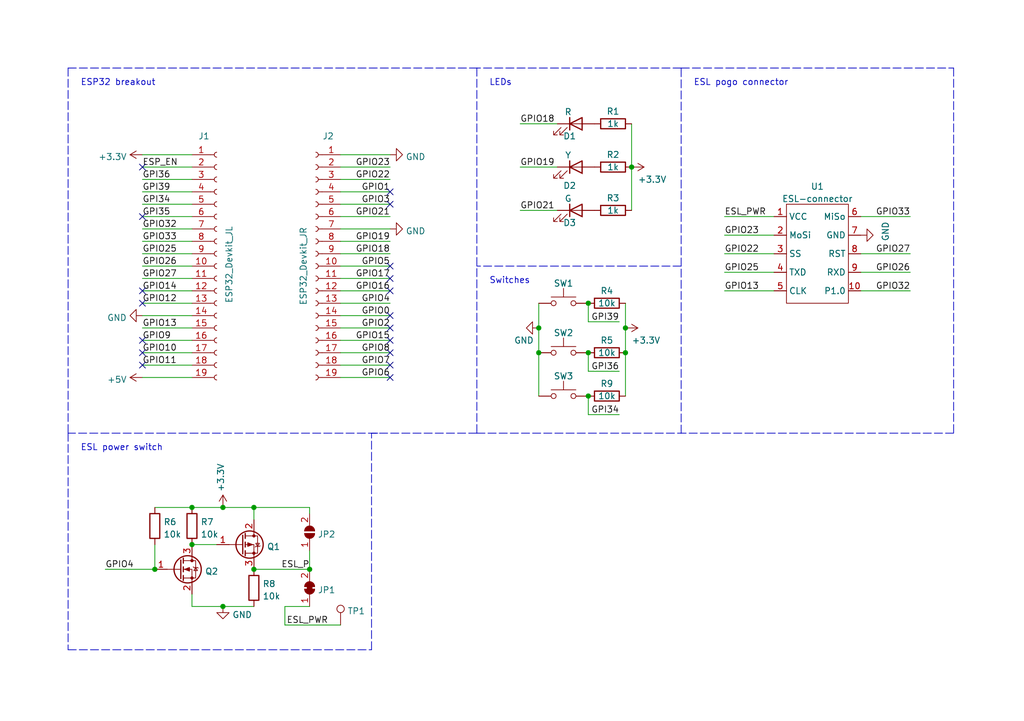
<source format=kicad_sch>
(kicad_sch (version 20211123) (generator eeschema)
  (paper "A5")
  (title_block (title "2.9 flasher jig") (date "2023-03-04") (rev "1") (company "Jonas Niesner"))
  (lib_symbols
    (symbol "Connector:Conn_01x19_Female" (pin_names (offset 1.016) hide)
      (property "Reference" "J" (at 0 25.4 0))
      (property "Value" "Conn_01x19_Female" (at 0 -25.4 0))
      (symbol "Conn_01x19_Female_1_1"
        (arc (start 0 -22.352) (mid -0.508 -22.86) (end 0 -23.368) (stroke (width 0.1524)))
        (arc (start 0 -19.812) (mid -0.508 -20.32) (end 0 -20.828) (stroke (width 0.1524)))
        (arc (start 0 -17.272) (mid -0.508 -17.78) (end 0 -18.288) (stroke (width 0.1524)))
        (arc (start 0 -14.732) (mid -0.508 -15.24) (end 0 -15.748) (stroke (width 0.1524)))
        (arc (start 0 -12.192) (mid -0.508 -12.7) (end 0 -13.208) (stroke (width 0.1524)))
        (arc (start 0 -9.652) (mid -0.508 -10.16) (end 0 -10.668) (stroke (width 0.1524)))
        (arc (start 0 -7.112) (mid -0.508 -7.62) (end 0 -8.128) (stroke (width 0.1524)))
        (arc (start 0 -4.572) (mid -0.508 -5.08) (end 0 -5.588) (stroke (width 0.1524)))
        (arc (start 0 -2.032) (mid -0.508 -2.54) (end 0 -3.048) (stroke (width 0.1524)))
        (polyline (pts (xy -1.27 -22.86) (xy -0.508 -22.86)) (stroke (width 0.1524)))
        (polyline (pts (xy -1.27 -20.32) (xy -0.508 -20.32)) (stroke (width 0.1524)))
        (polyline (pts (xy -1.27 -17.78) (xy -0.508 -17.78)) (stroke (width 0.1524)))
        (polyline (pts (xy -1.27 -15.24) (xy -0.508 -15.24)) (stroke (width 0.1524)))
        (polyline (pts (xy -1.27 -12.7) (xy -0.508 -12.7)) (stroke (width 0.1524)))
        (polyline (pts (xy -1.27 -10.16) (xy -0.508 -10.16)) (stroke (width 0.1524)))
        (polyline (pts (xy -1.27 -7.62) (xy -0.508 -7.62)) (stroke (width 0.1524)))
        (polyline (pts (xy -1.27 -5.08) (xy -0.508 -5.08)) (stroke (width 0.1524)))
        (polyline (pts (xy -1.27 -2.54) (xy -0.508 -2.54)) (stroke (width 0.1524)))
        (polyline (pts (xy -1.27 0) (xy -0.508 0)) (stroke (width 0.1524)))
        (polyline (pts (xy -1.27 2.54) (xy -0.508 2.54)) (stroke (width 0.1524)))
        (polyline (pts (xy -1.27 5.08) (xy -0.508 5.08)) (stroke (width 0.1524)))
        (polyline (pts (xy -1.27 7.62) (xy -0.508 7.62)) (stroke (width 0.1524)))
        (polyline (pts (xy -1.27 10.16) (xy -0.508 10.16)) (stroke (width 0.1524)))
        (polyline (pts (xy -1.27 12.7) (xy -0.508 12.7)) (stroke (width 0.1524)))
        (polyline (pts (xy -1.27 15.24) (xy -0.508 15.24)) (stroke (width 0.1524)))
        (polyline (pts (xy -1.27 17.78) (xy -0.508 17.78)) (stroke (width 0.1524)))
        (polyline (pts (xy -1.27 20.32) (xy -0.508 20.32)) (stroke (width 0.1524)))
        (polyline (pts (xy -1.27 22.86) (xy -0.508 22.86)) (stroke (width 0.1524)))
        (arc (start 0 0.508) (mid -0.508 0) (end 0 -0.508) (stroke (width 0.1524)))
        (arc (start 0 3.048) (mid -0.508 2.54) (end 0 2.032) (stroke (width 0.1524)))
        (arc (start 0 5.588) (mid -0.508 5.08) (end 0 4.572) (stroke (width 0.1524)))
        (arc (start 0 8.128) (mid -0.508 7.62) (end 0 7.112) (stroke (width 0.1524)))
        (arc (start 0 10.668) (mid -0.508 10.16) (end 0 9.652) (stroke (width 0.1524)))
        (arc (start 0 13.208) (mid -0.508 12.7) (end 0 12.192) (stroke (width 0.1524)))
        (arc (start 0 15.748) (mid -0.508 15.24) (end 0 14.732) (stroke (width 0.1524)))
        (arc (start 0 18.288) (mid -0.508 17.78) (end 0 17.272) (stroke (width 0.1524)))
        (arc (start 0 20.828) (mid -0.508 20.32) (end 0 19.812) (stroke (width 0.1524)))
        (arc (start 0 23.368) (mid -0.508 22.86) (end 0 22.352) (stroke (width 0.1524)))
        (pin passive line (at -5.08 22.86 0) (length 3.81) (name "Pin_1") (number "1"))
        (pin passive line (at -5.08 0 0) (length 3.81) (name "Pin_10") (number "10"))
        (pin passive line (at -5.08 -2.54 0) (length 3.81) (name "Pin_11") (number "11"))
        (pin passive line (at -5.08 -5.08 0) (length 3.81) (name "Pin_12") (number "12"))
        (pin passive line (at -5.08 -7.62 0) (length 3.81) (name "Pin_13") (number "13"))
        (pin passive line (at -5.08 -10.16 0) (length 3.81) (name "Pin_14") (number "14"))
        (pin passive line (at -5.08 -12.7 0) (length 3.81) (name "Pin_15") (number "15"))
        (pin passive line (at -5.08 -15.24 0) (length 3.81) (name "Pin_16") (number "16"))
        (pin passive line (at -5.08 -17.78 0) (length 3.81) (name "Pin_17") (number "17"))
        (pin passive line (at -5.08 -20.32 0) (length 3.81) (name "Pin_18") (number "18"))
        (pin passive line (at -5.08 -22.86 0) (length 3.81) (name "Pin_19") (number "19"))
        (pin passive line (at -5.08 20.32 0) (length 3.81) (name "Pin_2") (number "2"))
        (pin passive line (at -5.08 17.78 0) (length 3.81) (name "Pin_3") (number "3"))
        (pin passive line (at -5.08 15.24 0) (length 3.81) (name "Pin_4") (number "4"))
        (pin passive line (at -5.08 12.7 0) (length 3.81) (name "Pin_5") (number "5"))
        (pin passive line (at -5.08 10.16 0) (length 3.81) (name "Pin_6") (number "6"))
        (pin passive line (at -5.08 7.62 0) (length 3.81) (name "Pin_7") (number "7"))
        (pin passive line (at -5.08 5.08 0) (length 3.81) (name "Pin_8") (number "8"))
        (pin passive line (at -5.08 2.54 0) (length 3.81) (name "Pin_9") (number "9"))
      )
    )
    (symbol "Connector:TestPoint" (pin_numbers hide) (pin_names (offset 0.762) hide)
      (property "Reference" "TP" (at 0 6.858 0))
      (property "Value" "TestPoint" (at 0 5.08 0))
      (symbol "TestPoint_0_1"
        (circle (center 0 3.302) (radius 0.762))
      )
      (symbol "TestPoint_1_1"
        (pin passive line (at 0 0 90) (length 2.54) (name "1") (number "1"))
      )
    )
    (symbol "Device:LED" (pin_numbers hide) (pin_names (offset 1.016) hide)
      (property "Reference" "D" (at 0 2.54 0))
      (property "Value" "LED" (at 0 -2.54 0))
      (symbol "LED_0_1"
        (polyline (pts (xy -1.27 -1.27) (xy -1.27 1.27)) (stroke (width 0.254)))
        (polyline (pts (xy -1.27 0) (xy 1.27 0)))
        (polyline (pts (xy 1.27 -1.27) (xy 1.27 1.27) (xy -1.27 0) (xy 1.27 -1.27)) (stroke (width 0.254)))
        (polyline (pts (xy -3.048 -0.762) (xy -4.572 -2.286) (xy -3.81 -2.286) (xy -4.572 -2.286) (xy -4.572 -1.524)))
        (polyline (pts (xy -1.778 -0.762) (xy -3.302 -2.286) (xy -2.54 -2.286) (xy -3.302 -2.286) (xy -3.302 -1.524)))
      )
      (symbol "LED_1_1"
        (pin passive line (at -3.81 0 0) (length 2.54) (name "K") (number "1"))
        (pin passive line (at 3.81 0 180) (length 2.54) (name "A") (number "2"))
      )
    )
    (symbol "Device:Q_NMOS_GSD" (pin_names (offset 0) hide)
      (property "Reference" "Q" (at 5.08 1.27 0))
      (property "Value" "Q_NMOS_GSD" (at 5.08 -1.27 0))
      (symbol "Q_NMOS_GSD_0_1"
        (polyline (pts (xy 0.254 0) (xy -2.54 0)))
        (polyline (pts (xy 0.254 1.905) (xy 0.254 -1.905)) (stroke (width 0.254)))
        (polyline (pts (xy 0.762 -1.27) (xy 0.762 -2.286)) (stroke (width 0.254)))
        (polyline (pts (xy 0.762 0.508) (xy 0.762 -0.508)) (stroke (width 0.254)))
        (polyline (pts (xy 0.762 2.286) (xy 0.762 1.27)) (stroke (width 0.254)))
        (polyline (pts (xy 2.54 2.54) (xy 2.54 1.778)))
        (polyline (pts (xy 2.54 -2.54) (xy 2.54 0) (xy 0.762 0)))
        (polyline (pts (xy 0.762 -1.778) (xy 3.302 -1.778) (xy 3.302 1.778) (xy 0.762 1.778)))
        (polyline (pts (xy 1.016 0) (xy 2.032 0.381) (xy 2.032 -0.381) (xy 1.016 0)) (fill (type outline)))
        (polyline (pts (xy 2.794 0.508) (xy 2.921 0.381) (xy 3.683 0.381) (xy 3.81 0.254)))
        (polyline (pts (xy 3.302 0.381) (xy 2.921 -0.254) (xy 3.683 -0.254) (xy 3.302 0.381)))
        (circle (center 1.651 0) (radius 2.794) (stroke (width 0.254)))
        (circle (center 2.54 -1.778) (radius 0.254) (fill (type outline)))
        (circle (center 2.54 1.778) (radius 0.254) (fill (type outline)))
      )
      (symbol "Q_NMOS_GSD_1_1"
        (pin input line (at -5.08 0 0) (length 2.54) (name "G") (number "1"))
        (pin passive line (at 2.54 -5.08 90) (length 2.54) (name "S") (number "2"))
        (pin passive line (at 2.54 5.08 270) (length 2.54) (name "D") (number "3"))
      )
    )
    (symbol "Device:Q_PMOS_GDS" (pin_names (offset 0) hide)
      (property "Reference" "Q" (at 5.08 1.27 0))
      (property "Value" "Q_PMOS_GDS" (at 5.08 -1.27 0))
      (symbol "Q_PMOS_GDS_0_1"
        (polyline (pts (xy 0.254 0) (xy -2.54 0)))
        (polyline (pts (xy 0.254 1.905) (xy 0.254 -1.905)) (stroke (width 0.254)))
        (polyline (pts (xy 0.762 -1.27) (xy 0.762 -2.286)) (stroke (width 0.254)))
        (polyline (pts (xy 0.762 0.508) (xy 0.762 -0.508)) (stroke (width 0.254)))
        (polyline (pts (xy 0.762 2.286) (xy 0.762 1.27)) (stroke (width 0.254)))
        (polyline (pts (xy 2.54 2.54) (xy 2.54 1.778)))
        (polyline (pts (xy 2.54 -2.54) (xy 2.54 0) (xy 0.762 0)))
        (polyline (pts (xy 0.762 1.778) (xy 3.302 1.778) (xy 3.302 -1.778) (xy 0.762 -1.778)))
        (polyline (pts (xy 2.286 0) (xy 1.27 0.381) (xy 1.27 -0.381) (xy 2.286 0)) (fill (type outline)))
        (polyline (pts (xy 2.794 -0.508) (xy 2.921 -0.381) (xy 3.683 -0.381) (xy 3.81 -0.254)))
        (polyline (pts (xy 3.302 -0.381) (xy 2.921 0.254) (xy 3.683 0.254) (xy 3.302 -0.381)))
        (circle (center 1.651 0) (radius 2.794) (stroke (width 0.254)))
        (circle (center 2.54 -1.778) (radius 0.254) (fill (type outline)))
        (circle (center 2.54 1.778) (radius 0.254) (fill (type outline)))
      )
      (symbol "Q_PMOS_GDS_1_1"
        (pin input line (at -5.08 0 0) (length 2.54) (name "G") (number "1"))
        (pin passive line (at 2.54 5.08 270) (length 2.54) (name "D") (number "2"))
        (pin passive line (at 2.54 -5.08 90) (length 2.54) (name "S") (number "3"))
      )
    )
    (symbol "Device:R" (pin_numbers hide) (pin_names (offset 0))
      (property "Reference" "R" (at 2.032 0 90))
      (property "Value" "R" (at 0 0 90))
      (symbol "R_0_1"
        (rectangle (start -1.016 -2.54) (end 1.016 2.54) (stroke (width 0.254)))
      )
      (symbol "R_1_1"
        (pin passive line (at 0 3.81 270) (length 1.27) (name "~") (number "1"))
        (pin passive line (at 0 -3.81 90) (length 1.27) (name "~") (number "2"))
      )
    )
    (symbol "ESLCONN:ESL-connector"
      (property "Reference" "U" (at 0 11.43 0))
      (property "Value" "ESL-connector" (at 0 -11.43 0))
      (symbol "ESL-connector_0_1"
        (rectangle (start -6.35 10.16) (end 6.35 -10.16) (stroke (width 0.1524)))
      )
      (symbol "ESL-connector_1_1"
        (pin power_in line (at -8.89 7.62 0) (length 2.54) (name "VCC") (number "1"))
        (pin bidirectional line (at 8.89 -7.62 180) (length 2.54) (name "P1.0") (number "10"))
        (pin input line (at -8.89 3.81 0) (length 2.54) (name "MoSi") (number "2"))
        (pin input line (at -8.89 0 0) (length 2.54) (name "SS") (number "3"))
        (pin output line (at -8.89 -3.81 0) (length 2.54) (name "TXD") (number "4"))
        (pin input line (at -8.89 -7.62 0) (length 2.54) (name "CLK") (number "5"))
        (pin output line (at 8.89 7.62 180) (length 2.54) (name "MiSo") (number "6"))
        (pin power_in line (at 8.89 3.81 180) (length 2.54) (name "GND") (number "7"))
        (pin input line (at 8.89 0 180) (length 2.54) (name "RST") (number "8"))
        (pin input line (at 8.89 -3.81 180) (length 2.54) (name "RXD") (number "9"))
      )
    )
    (symbol "Jumper:SolderJumper_2_Bridged" (pin_names (offset 0) hide)
      (property "Reference" "JP" (at 0 2.032 0))
      (property "Value" "SolderJumper_2_Bridged" (at 0 -2.54 0))
      (symbol "SolderJumper_2_Bridged_0_1"
        (rectangle (start -0.508 0.508) (end 0.508 -0.508) (fill (type outline)))
        (arc (start -0.254 1.016) (mid -1.27 0) (end -0.254 -1.016))
        (arc (start -0.254 1.016) (mid -1.27 0) (end -0.254 -1.016) (fill (type outline)))
        (polyline (pts (xy -0.254 1.016) (xy -0.254 -1.016)))
        (polyline (pts (xy 0.254 1.016) (xy 0.254 -1.016)))
        (arc (start 0.254 -1.016) (mid 1.27 0) (end 0.254 1.016))
        (arc (start 0.254 -1.016) (mid 1.27 0) (end 0.254 1.016) (fill (type outline)))
      )
      (symbol "SolderJumper_2_Bridged_1_1"
        (pin passive line (at -3.81 0 0) (length 2.54) (name "A") (number "1"))
        (pin passive line (at 3.81 0 180) (length 2.54) (name "B") (number "2"))
      )
    )
    (symbol "Jumper:SolderJumper_2_Open" (pin_names (offset 0) hide)
      (property "Reference" "JP" (at 0 2.032 0))
      (property "Value" "SolderJumper_2_Open" (at 0 -2.54 0))
      (symbol "SolderJumper_2_Open_0_1"
        (arc (start -0.254 1.016) (mid -1.27 0) (end -0.254 -1.016))
        (arc (start -0.254 1.016) (mid -1.27 0) (end -0.254 -1.016) (fill (type outline)))
        (polyline (pts (xy -0.254 1.016) (xy -0.254 -1.016)))
        (polyline (pts (xy 0.254 1.016) (xy 0.254 -1.016)))
        (arc (start 0.254 -1.016) (mid 1.27 0) (end 0.254 1.016))
        (arc (start 0.254 -1.016) (mid 1.27 0) (end 0.254 1.016) (fill (type outline)))
      )
      (symbol "SolderJumper_2_Open_1_1"
        (pin passive line (at -3.81 0 0) (length 2.54) (name "A") (number "1"))
        (pin passive line (at 3.81 0 180) (length 2.54) (name "B") (number "2"))
      )
    )
    (symbol "Switch:SW_Push" (pin_numbers hide) (pin_names (offset 1.016) hide)
      (property "Reference" "SW" (at 1.27 2.54 0))
      (property "Value" "SW_Push" (at 0 -1.524 0))
      (symbol "SW_Push_0_1"
        (circle (center -2.032 0) (radius 0.508))
        (polyline (pts (xy 0 1.27) (xy 0 3.048)))
        (polyline (pts (xy 2.54 1.27) (xy -2.54 1.27)))
        (circle (center 2.032 0) (radius 0.508))
        (pin passive line (at -5.08 0 0) (length 2.54) (name "1") (number "1"))
        (pin passive line (at 5.08 0 180) (length 2.54) (name "2") (number "2"))
      )
    )
    (symbol "power:+3.3V" (power) (pin_names (offset 0))
      (property "Value" "+3.3V" (at 0 3.556 0))
      (symbol "+3.3V_0_1"
        (polyline (pts (xy -0.762 1.27) (xy 0 2.54)))
        (polyline (pts (xy 0 0) (xy 0 2.54)))
        (polyline (pts (xy 0 2.54) (xy 0.762 1.27)))
      )
      (symbol "+3.3V_1_1"
        (pin power_in line (at 0 0 90) (length 0) hide (name "+3.3V") (number "1"))
      )
    )
    (symbol "power:+5V" (power) (pin_names (offset 0))
      (property "Value" "+5V" (at 0 3.556 0))
      (symbol "+5V_0_1"
        (polyline (pts (xy -0.762 1.27) (xy 0 2.54)))
        (polyline (pts (xy 0 0) (xy 0 2.54)))
        (polyline (pts (xy 0 2.54) (xy 0.762 1.27)))
      )
      (symbol "+5V_1_1"
        (pin power_in line (at 0 0 90) (length 0) hide (name "+5V") (number "1"))
      )
    )
    (symbol "power:GND" (power) (pin_names (offset 0))
      (property "Value" "GND" (at 0 -3.81 0))
      (symbol "GND_0_1"
        (polyline (pts (xy 0 0) (xy 0 -1.27) (xy 1.27 -1.27) (xy 0 -2.54) (xy -1.27 -1.27) (xy 0 -1.27)))
      )
      (symbol "GND_1_1"
        (pin power_in line (at 0 0 270) (length 0) hide (name "GND") (number "1"))
      )
    )
  )
  (junction (at 45.72 104.14))
  (junction (at 120.65 72.39))
  (junction (at 39.37 111.76))
  (junction (at 63.5 116.84))
  (junction (at 129.54 34.29))
  (junction (at 128.27 72.39))
  (junction (at 128.27 67.31))
  (junction (at 52.07 116.84))
  (junction (at 45.72 124.46))
  (junction (at 110.49 72.39))
  (junction (at 110.49 67.31))
  (junction (at 120.65 62.23))
  (junction (at 120.65 81.28))
  (junction (at 52.07 104.14))
  (junction (at 39.37 104.14))
  (junction (at 31.75 116.84))
  (no_connect (at 29.21 72.39))
  (no_connect (at 80.01 41.91))
  (no_connect (at 80.01 77.47))
  (no_connect (at 80.01 74.93))
  (no_connect (at 80.01 39.37))
  (no_connect (at 29.21 59.69))
  (no_connect (at 80.01 57.15))
  (no_connect (at 29.21 74.93))
  (no_connect (at 80.01 67.31))
  (no_connect (at 29.21 44.45))
  (no_connect (at 80.01 69.85))
  (no_connect (at 80.01 59.69))
  (no_connect (at 80.01 54.61))
  (no_connect (at 29.21 34.29))
  (no_connect (at 29.21 69.85))
  (no_connect (at 80.01 64.77))
  (no_connect (at 29.21 62.23))
  (no_connect (at 80.01 72.39))
  (wire (pts (xy 31.75 104.14) (xy 39.37 104.14)))
  (wire (pts (xy 29.21 34.29) (xy 39.37 34.29)))
  (wire (pts (xy 69.85 59.69) (xy 80.01 59.69)))
  (wire (pts (xy 69.85 77.47) (xy 80.01 77.47)))
  (wire (pts (xy 29.21 57.15) (xy 39.37 57.15)))
  (wire (pts (xy 63.5 113.03) (xy 63.5 116.84)))
  (polyline (pts (xy 195.58 88.9) (xy 139.7 88.9)))
  (wire (pts (xy 120.65 76.2) (xy 127 76.2)))
  (wire (pts (xy 63.5 104.14) (xy 52.07 104.14)))
  (wire (pts (xy 128.27 72.39) (xy 128.27 81.28)))
  (wire (pts (xy 29.21 36.83) (xy 39.37 36.83)))
  (wire (pts (xy 110.49 72.39) (xy 110.49 81.28)))
  (wire (pts (xy 128.27 67.31) (xy 128.27 72.39)))
  (wire (pts (xy 29.21 59.69) (xy 39.37 59.69)))
  (wire (pts (xy 148.59 48.26) (xy 158.75 48.26)))
  (wire (pts (xy 29.21 44.45) (xy 39.37 44.45)))
  (wire (pts (xy 29.21 74.93) (xy 39.37 74.93)))
  (wire (pts (xy 106.68 43.18) (xy 114.3 43.18)))
  (wire (pts (xy 69.85 57.15) (xy 80.01 57.15)))
  (wire (pts (xy 63.5 105.41) (xy 63.5 104.14)))
  (wire (pts (xy 52.07 106.68) (xy 52.07 104.14)))
  (wire (pts (xy 106.68 25.4) (xy 114.3 25.4)))
  (wire (pts (xy 31.75 111.76) (xy 31.75 116.84)))
  (wire (pts (xy 69.85 69.85) (xy 80.01 69.85)))
  (wire (pts (xy 120.65 66.04) (xy 127 66.04)))
  (wire (pts (xy 52.07 116.84) (xy 63.5 116.84)))
  (wire (pts (xy 176.53 59.69) (xy 186.69 59.69)))
  (wire (pts (xy 129.54 25.4) (xy 129.54 34.29)))
  (wire (pts (xy 106.68 34.29) (xy 114.3 34.29)))
  (wire (pts (xy 45.72 124.46) (xy 39.37 124.46)))
  (wire (pts (xy 29.21 69.85) (xy 39.37 69.85)))
  (polyline (pts (xy 13.97 13.97) (xy 13.97 88.9)))
  (polyline (pts (xy 13.97 88.9) (xy 13.97 133.35)))
  (wire (pts (xy 69.85 49.53) (xy 80.01 49.53)))
  (wire (pts (xy 148.59 44.45) (xy 158.75 44.45)))
  (wire (pts (xy 69.85 41.91) (xy 80.01 41.91)))
  (polyline (pts (xy 76.2 133.35) (xy 76.2 88.9)))
  (wire (pts (xy 39.37 124.46) (xy 39.37 121.92)))
  (wire (pts (xy 69.85 46.99) (xy 80.01 46.99)))
  (wire (pts (xy 69.85 62.23) (xy 80.01 62.23)))
  (wire (pts (xy 69.85 52.07) (xy 80.01 52.07)))
  (wire (pts (xy 148.59 55.88) (xy 158.75 55.88)))
  (wire (pts (xy 69.85 44.45) (xy 80.01 44.45)))
  (wire (pts (xy 58.42 128.27) (xy 69.85 128.27)))
  (wire (pts (xy 120.65 81.28) (xy 120.65 85.09)))
  (wire (pts (xy 29.21 64.77) (xy 39.37 64.77)))
  (polyline (pts (xy 139.7 54.61) (xy 97.79 54.61)))
  (wire (pts (xy 29.21 39.37) (xy 39.37 39.37)))
  (wire (pts (xy 29.21 46.99) (xy 39.37 46.99)))
  (wire (pts (xy 21.59 116.84) (xy 31.75 116.84)))
  (wire (pts (xy 45.72 104.14) (xy 52.07 104.14)))
  (wire (pts (xy 110.49 62.23) (xy 110.49 67.31)))
  (polyline (pts (xy 139.7 13.97) (xy 97.79 13.97)))
  (wire (pts (xy 120.65 85.09) (xy 127 85.09)))
  (wire (pts (xy 69.85 72.39) (xy 80.01 72.39)))
  (wire (pts (xy 29.21 72.39) (xy 39.37 72.39)))
  (wire (pts (xy 29.21 49.53) (xy 39.37 49.53)))
  (wire (pts (xy 120.65 62.23) (xy 120.65 66.04)))
  (wire (pts (xy 69.85 34.29) (xy 80.01 34.29)))
  (wire (pts (xy 128.27 62.23) (xy 128.27 67.31)))
  (wire (pts (xy 29.21 67.31) (xy 39.37 67.31)))
  (wire (pts (xy 29.21 62.23) (xy 39.37 62.23)))
  (wire (pts (xy 39.37 104.14) (xy 45.72 104.14)))
  (wire (pts (xy 69.85 36.83) (xy 80.01 36.83)))
  (polyline (pts (xy 139.7 88.9) (xy 139.7 54.61)))
  (wire (pts (xy 69.85 64.77) (xy 80.01 64.77)))
  (polyline (pts (xy 139.7 54.61) (xy 139.7 13.97)))
  (polyline (pts (xy 97.79 13.97) (xy 97.79 88.9)))
  (wire (pts (xy 29.21 31.75) (xy 39.37 31.75)))
  (wire (pts (xy 69.85 74.93) (xy 80.01 74.93)))
  (wire (pts (xy 58.42 124.46) (xy 63.5 124.46)))
  (polyline (pts (xy 195.58 13.97) (xy 195.58 88.9)))
  (polyline (pts (xy 76.2 88.9) (xy 77.47 88.9)))
  (wire (pts (xy 52.07 124.46) (xy 45.72 124.46)))
  (wire (pts (xy 176.53 44.45) (xy 186.69 44.45)))
  (polyline (pts (xy 139.7 13.97) (xy 195.58 13.97)))
  (wire (pts (xy 69.85 39.37) (xy 80.01 39.37)))
  (wire (pts (xy 29.21 77.47) (xy 39.37 77.47)))
  (wire (pts (xy 110.49 67.31) (xy 110.49 72.39)))
  (wire (pts (xy 148.59 52.07) (xy 158.75 52.07)))
  (wire (pts (xy 148.59 59.69) (xy 158.75 59.69)))
  (wire (pts (xy 58.42 124.46) (xy 58.42 128.27)))
  (polyline (pts (xy 97.79 88.9) (xy 13.97 88.9)))
  (wire (pts (xy 120.65 72.39) (xy 120.65 76.2)))
  (wire (pts (xy 176.53 55.88) (xy 186.69 55.88)))
  (wire (pts (xy 129.54 34.29) (xy 129.54 43.18)))
  (wire (pts (xy 176.53 52.07) (xy 186.69 52.07)))
  (polyline (pts (xy 97.79 88.9) (xy 139.7 88.9)))
  (wire (pts (xy 29.21 41.91) (xy 39.37 41.91)))
  (wire (pts (xy 29.21 52.07) (xy 39.37 52.07)))
  (wire (pts (xy 69.85 67.31) (xy 80.01 67.31)))
  (wire (pts (xy 69.85 54.61) (xy 80.01 54.61)))
  (polyline (pts (xy 13.97 13.97) (xy 97.79 13.97)))
  (wire (pts (xy 29.21 54.61) (xy 39.37 54.61)))
  (wire (pts (xy 69.85 31.75) (xy 80.01 31.75)))
  (wire (pts (xy 39.37 111.76) (xy 44.45 111.76)))
  (polyline (pts (xy 13.97 133.35) (xy 76.2 133.35)))
  (text "LEDs" (at 100.33 17.78 0) (effects (font (size 1.27 1.27)) (justify left bottom)))
  (text "Switches" (at 100.33 58.42 0) (effects (font (size 1.27 1.27)) (justify left bottom)))
  (text "ESL pogo connector" (at 142.24 17.78 0) (effects (font (size 1.27 1.27)) (justify left bottom)))
  (text "ESP32 breakout" (at 16.51 17.78 0) (effects (font (size 1.27 1.27)) (justify left bottom)))
  (text "ESL power switch" (at 16.51 92.71 0) (effects (font (size 1.27 1.27)) (justify left bottom)))
  (label "GPIO5" (at 80.01 54.61 180))
  (label "ESP_EN" (at 29.21 34.29 0))
  (label "GPIO25" (at 148.59 55.88 0))
  (label "GPIO13" (at 29.21 67.31 0))
  (label "GPIO23" (at 80.01 34.29 180))
  (label "GPIO22" (at 148.59 52.07 0))
  (label "GPIO33" (at 186.69 44.45 180))
  (label "GPIO2" (at 80.01 67.31 180))
  (label "GPIO18" (at 80.01 52.07 180))
  (label "GPI36" (at 127 76.2 180))
  (label "GPIO4" (at 21.59 116.84 0))
  (label "GPI36" (at 29.21 36.83 0))
  (label "GPI34" (at 29.21 41.91 0))
  (label "GPIO16" (at 80.01 59.69 180))
  (label "GPI39" (at 29.21 39.37 0))
  (label "GPIO1" (at 80.01 39.37 180))
  (label "GPIO19" (at 80.01 49.53 180))
  (label "ESL_PWR" (at 148.59 44.45 0))
  (label "GPIO10" (at 29.21 72.39 0))
  (label "GPIO9" (at 29.21 69.85 0))
  (label "GPIO27" (at 29.21 57.15 0))
  (label "GPIO32" (at 29.21 46.99 0))
  (label "GPIO0" (at 80.01 64.77 180))
  (label "GPIO26" (at 29.21 54.61 0))
  (label "GPIO21" (at 106.68 43.18 0))
  (label "GPIO12" (at 29.21 62.23 0))
  (label "GPIO32" (at 186.69 59.69 180))
  (label "GPIO18" (at 106.68 25.4 0))
  (label "GPI34" (at 127 85.09 180))
  (label "GPIO19" (at 106.68 34.29 0))
  (label "GPIO4" (at 80.01 62.23 180))
  (label "GPIO6" (at 80.01 77.47 180))
  (label "GPIO23" (at 148.59 48.26 0))
  (label "GPIO33" (at 29.21 49.53 0))
  (label "GPIO21" (at 80.01 44.45 180))
  (label "GPIO8" (at 80.01 72.39 180))
  (label "GPI35" (at 29.21 44.45 0))
  (label "GPI39" (at 127 66.04 180))
  (label "GPIO7" (at 80.01 74.93 180))
  (label "GPIO11" (at 29.21 74.93 0))
  (label "GPIO15" (at 80.01 69.85 180))
  (label "GPIO14" (at 29.21 59.69 0))
  (label "GPIO3" (at 80.01 41.91 180))
  (label "GPIO22" (at 80.01 36.83 180))
  (label "ESL_PWR" (at 67.31 128.27 180))
  (label "GPIO13" (at 148.59 59.69 0))
  (label "GPIO27" (at 186.69 52.07 180))
  (label "ESL_P" (at 63.5 116.84 180))
  (label "GPIO25" (at 29.21 52.07 0))
  (label "GPIO17" (at 80.01 57.15 180))
  (label "GPIO26" (at 186.69 55.88 180))
  (symbol (lib_id "Device:R") (at 31.75 107.95 0) (unit 1)
    (property "Reference" "R6" (at 33.528 107.1153 0) (effects (justify left)))
    (property "Value" "10k" (at 33.528 109.6522 0) (effects (justify left)))
    (property "Footprint" "Resistor_SMD:R_0805_2012Metric_Pad1.20x1.40mm_HandSolder" (effects hide))
  )
  (symbol (lib_id "power:GND") (at 80.01 31.75 90) (unit 1)
    (property "Reference" "#PWR0101" (effects hide))
    (property "Value" "GND" (at 83.185 32.1838 90) (effects (justify right)))
  )
  (symbol (lib_id "Device:LED") (at 118.11 34.29 0) (unit 1)
    (property "Reference" "D2" (at 116.84 38.1 0))
    (property "Value" "Y" (at 116.5225 31.8571 0))
    (property "Footprint" "LED_THT:LED_D3.0mm" (effects hide))
  )
  (symbol (lib_id "Jumper:SolderJumper_2_Bridged") (at 63.5 120.65 90) (unit 1)
    (property "Reference" "JP1" (at 65.151 121.0838 90) (effects (justify right)))
    (property "Value" "SolderJumper_2_Bridged" (effects hide))
    (property "Footprint" "Jumper:SolderJumper-2_P1.3mm_Bridged2Bar_RoundedPad1.0x1.5mm" (effects hide))
  )
  (symbol (lib_id "Device:R") (at 39.37 107.95 0) (unit 1)
    (property "Reference" "R7" (at 41.148 107.1153 0) (effects (justify left)))
    (property "Value" "10k" (at 41.148 109.6522 0) (effects (justify left)))
    (property "Footprint" "Resistor_SMD:R_0805_2012Metric_Pad1.20x1.40mm_HandSolder" (effects hide))
  )
  (symbol (lib_id "Device:R") (at 125.73 34.29 90) (unit 1)
    (property "Reference" "R2" (at 125.73 31.75 90))
    (property "Value" "1k" (at 125.73 34.29 90))
    (property "Footprint" "Resistor_SMD:R_0805_2012Metric_Pad1.20x1.40mm_HandSolder" (effects hide))
  )
  (symbol (lib_id "Jumper:SolderJumper_2_Open") (at 63.5 109.22 90) (unit 1)
    (property "Reference" "JP2" (at 65.151 109.6538 90) (effects (justify right)))
    (property "Value" "SolderJumper_2_Open" (effects hide))
    (property "Footprint" "Jumper:SolderJumper-2_P1.3mm_Open_RoundedPad1.0x1.5mm" (effects hide))
  )
  (symbol (lib_id "Device:R") (at 125.73 25.4 90) (unit 1)
    (property "Reference" "R1" (at 125.73 22.86 90))
    (property "Value" "1k" (at 125.73 25.4 90))
    (property "Footprint" "Resistor_SMD:R_0805_2012Metric_Pad1.20x1.40mm_HandSolder" (effects hide))
  )
  (symbol (lib_id "power:+3.3V") (at 45.72 104.14 0) (unit 1)
    (property "Reference" "#PWR0107" (effects hide))
    (property "Value" "+3.3V" (at 45.2862 100.965 90) (effects (justify left)))
  )
  (symbol (lib_id "Connector:Conn_01x19_Female") (at 64.77 54.61 0) (mirror y) (unit 1)
    (property "Reference" "J2" (at 67.31 27.94 0))
    (property "Value" "ESP32_Devkit_JR" (at 62.23 54.61 90))
    (property "Footprint" "Connector_PinSocket_2.54mm:PinSocket_1x19_P2.54mm_Vertical" (effects hide))
  )
  (symbol (lib_id "power:GND") (at 110.49 67.31 270) (unit 1)
    (property "Reference" "#PWR0109" (effects hide))
    (property "Value" "GND" (at 105.41 69.85 90) (effects (justify left)))
  )
  (symbol (lib_id "power:+3.3V") (at 128.27 67.31 270) (unit 1)
    (property "Reference" "#PWR0110" (effects hide))
    (property "Value" "+3.3V" (at 129.54 69.85 90) (effects (justify left)))
  )
  (symbol (lib_id "power:GND") (at 45.72 124.46 0) (unit 1)
    (property "Reference" "#PWR0106" (effects hide))
    (property "Value" "GND" (at 47.625 126.1638 0) (effects (justify left)))
  )
  (symbol (lib_id "Switch:SW_Push") (at 115.57 62.23 0) (unit 1)
    (property "Reference" "SW1" (at 115.57 58.1462 0))
    (property "Value" "SW_Push" (effects hide))
    (property "Footprint" "Button_Switch_THT:SW_PUSH_6mm" (effects hide))
  )
  (symbol (lib_id "Device:LED") (at 118.11 25.4 0) (unit 1)
    (property "Reference" "D1" (at 116.84 27.94 0))
    (property "Value" "R" (at 116.5225 22.9671 0))
    (property "Footprint" "LED_THT:LED_D3.0mm" (effects hide))
  )
  (symbol (lib_id "ESLCONN:ESL-connector") (at 167.64 52.07 0) (unit 1)
    (property "Reference" "U1" (at 167.64 38.261 0))
    (property "Value" "ESL-connector" (at 167.64 40.7979 0))
    (property "Footprint" "esl:SOLUM_ZBS_DEBUG" (effects hide))
  )
  (symbol (lib_id "power:GND") (at 80.01 46.99 90) (unit 1)
    (property "Reference" "#PWR0102" (effects hide))
    (property "Value" "GND" (at 83.185 47.4238 90) (effects (justify right)))
  )
  (symbol (lib_id "Device:R") (at 52.07 120.65 0) (unit 1)
    (property "Reference" "R8" (at 53.848 119.8153 0) (effects (justify left)))
    (property "Value" "10k" (at 53.848 122.3522 0) (effects (justify left)))
    (property "Footprint" "Resistor_SMD:R_0805_2012Metric_Pad1.20x1.40mm_HandSolder" (effects hide))
  )
  (symbol (lib_id "power:GND") (at 176.53 48.26 90) (unit 1)
    (property "Reference" "#PWR0108" (effects hide))
    (property "Value" "GND" (at 181.61 49.53 0) (effects (justify left)))
  )
  (symbol (lib_id "Device:R") (at 124.46 62.23 90) (unit 1)
    (property "Reference" "R4" (at 124.46 59.69 90))
    (property "Value" "10k" (at 124.46 62.23 90))
    (property "Footprint" "Resistor_SMD:R_0805_2012Metric_Pad1.20x1.40mm_HandSolder" (effects hide))
  )
  (symbol (lib_id "Device:R") (at 125.73 43.18 90) (unit 1)
    (property "Reference" "R3" (at 125.73 40.64 90))
    (property "Value" "1k" (at 125.73 43.18 90))
    (property "Footprint" "Resistor_SMD:R_0805_2012Metric_Pad1.20x1.40mm_HandSolder" (effects hide))
  )
  (symbol (lib_id "Device:R") (at 124.46 72.39 90) (unit 1)
    (property "Reference" "R5" (at 124.46 69.85 90))
    (property "Value" "10k" (at 124.46 72.39 90))
    (property "Footprint" "Resistor_SMD:R_0805_2012Metric_Pad1.20x1.40mm_HandSolder" (effects hide))
  )
  (symbol (lib_id "Connector:Conn_01x19_Female") (at 44.45 54.61 0) (unit 1)
    (property "Reference" "J1" (at 40.64 27.94 0) (effects (justify left)))
    (property "Value" "ESP32_Devkit_JL" (at 46.99 62.23 90) (effects (justify left)))
    (property "Footprint" "Connector_PinSocket_2.54mm:PinSocket_1x19_P2.54mm_Vertical" (effects hide))
  )
  (symbol (lib_id "power:GND") (at 29.21 64.77 270) (unit 1)
    (property "Reference" "#PWR0105" (effects hide))
    (property "Value" "GND" (at 26.0351 65.2038 90) (effects (justify right)))
  )
  (symbol (lib_id "Device:R") (at 124.46 81.28 90) (unit 1)
    (property "Reference" "R9" (at 124.46 78.74 90))
    (property "Value" "10k" (at 124.46 81.28 90))
    (property "Footprint" "Resistor_SMD:R_0805_2012Metric_Pad1.20x1.40mm_HandSolder" (effects hide))
  )
  (symbol (lib_id "Device:LED") (at 118.11 43.18 0) (unit 1)
    (property "Reference" "D3" (at 116.84 45.72 0))
    (property "Value" "G" (at 116.5225 40.7471 0))
    (property "Footprint" "LED_THT:LED_D3.0mm" (effects hide))
  )
  (symbol (lib_id "Device:Q_PMOS_GDS") (at 49.53 111.76 0) (unit 1)
    (property "Reference" "Q1" (at 54.737 112.1938 0) (effects (justify left)))
    (property "Value" "Q_PMOS_GDS" (effects hide))
    (property "Footprint" "Package_TO_SOT_SMD:SOT-23_Handsoldering" (effects hide))
  )
  (symbol (lib_id "power:+3.3V") (at 29.21 31.75 90) (unit 1)
    (property "Reference" "#PWR0103" (effects hide))
    (property "Value" "+3.3V" (at 26.035 32.1838 90) (effects (justify left)))
  )
  (symbol (lib_id "Connector:TestPoint") (at 69.85 128.27 0) (unit 1)
    (property "Reference" "TP1" (at 71.247 125.4018 0) (effects (justify left)))
    (property "Value" "TestPoint" (effects hide))
    (property "Footprint" "TestPoint:TestPoint_Pad_D2.5mm" (effects hide))
  )
  (symbol (lib_id "Device:Q_NMOS_GSD") (at 36.83 116.84 0) (unit 1)
    (property "Reference" "Q2" (at 42.037 117.2738 0) (effects (justify left)))
    (property "Value" "Q_NMOS_GSD" (effects hide))
    (property "Footprint" "Package_TO_SOT_SMD:SOT-23_Handsoldering" (effects hide))
  )
  (symbol (lib_id "power:+5V") (at 29.21 77.47 90) (unit 1)
    (property "Reference" "#PWR0104" (effects hide))
    (property "Value" "+5V" (at 26.0351 77.9038 90) (effects (justify left)))
  )
  (symbol (lib_id "power:+3.3V") (at 129.54 34.29 270) (unit 1)
    (property "Reference" "#PWR0111" (effects hide))
    (property "Value" "+3.3V" (at 130.81 36.83 90) (effects (justify left)))
  )
  (symbol (lib_id "Switch:SW_Push") (at 115.57 72.39 0) (unit 1)
    (property "Reference" "SW2" (at 115.57 68.3062 0))
    (property "Value" "SW_Push" (effects hide))
    (property "Footprint" "Button_Switch_THT:SW_PUSH_6mm" (effects hide))
  )
  (symbol (lib_id "Switch:SW_Push") (at 115.57 81.28 0) (unit 1)
    (property "Reference" "SW3" (at 115.57 77.1962 0))
    (property "Value" "SW_Push" (effects hide))
    (property "Footprint" "Button_Switch_THT:SW_PUSH_6mm" (effects hide))
  )
)
</source>
